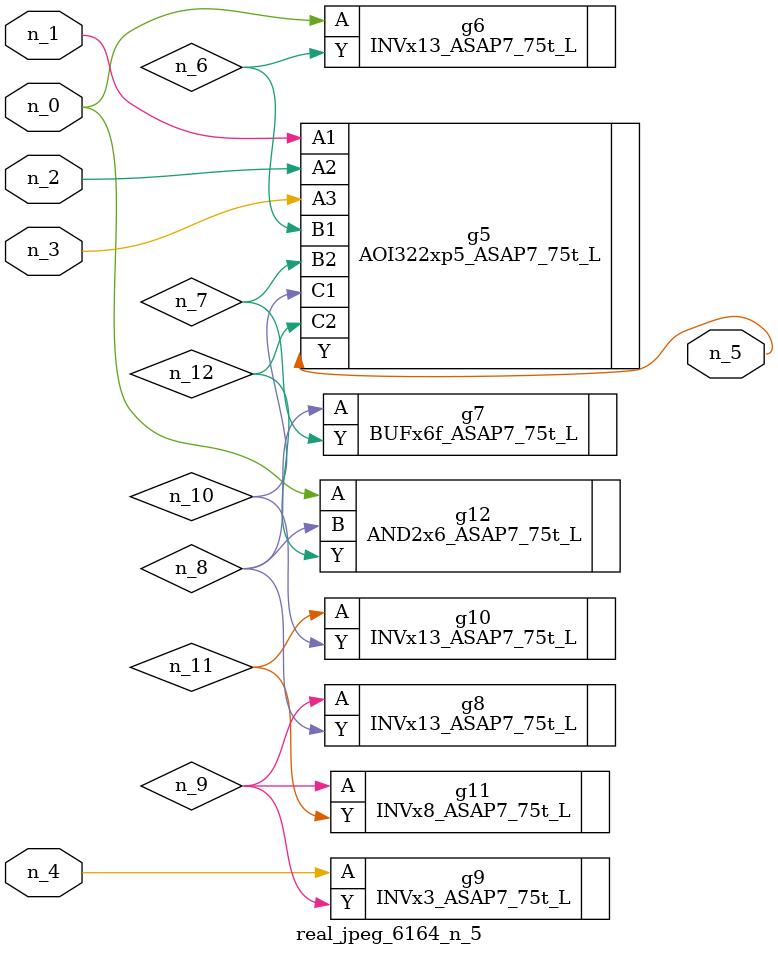
<source format=v>
module real_jpeg_6164_n_5 (n_4, n_0, n_1, n_2, n_3, n_5);

input n_4;
input n_0;
input n_1;
input n_2;
input n_3;

output n_5;

wire n_12;
wire n_8;
wire n_11;
wire n_6;
wire n_7;
wire n_10;
wire n_9;

INVx13_ASAP7_75t_L g6 ( 
.A(n_0),
.Y(n_6)
);

AND2x6_ASAP7_75t_L g12 ( 
.A(n_0),
.B(n_8),
.Y(n_12)
);

AOI322xp5_ASAP7_75t_L g5 ( 
.A1(n_1),
.A2(n_2),
.A3(n_3),
.B1(n_6),
.B2(n_7),
.C1(n_10),
.C2(n_12),
.Y(n_5)
);

INVx3_ASAP7_75t_L g9 ( 
.A(n_4),
.Y(n_9)
);

BUFx6f_ASAP7_75t_L g7 ( 
.A(n_8),
.Y(n_7)
);

INVx13_ASAP7_75t_L g8 ( 
.A(n_9),
.Y(n_8)
);

INVx8_ASAP7_75t_L g11 ( 
.A(n_9),
.Y(n_11)
);

INVx13_ASAP7_75t_L g10 ( 
.A(n_11),
.Y(n_10)
);


endmodule
</source>
